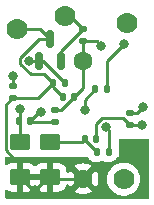
<source format=gtl>
%TF.GenerationSoftware,KiCad,Pcbnew,7.0.7*%
%TF.CreationDate,2023-12-15T10:49:52-05:00*%
%TF.ProjectId,Conference Circuit 1214,436f6e66-6572-4656-9e63-652043697263,rev?*%
%TF.SameCoordinates,Original*%
%TF.FileFunction,Copper,L1,Top*%
%TF.FilePolarity,Positive*%
%FSLAX46Y46*%
G04 Gerber Fmt 4.6, Leading zero omitted, Abs format (unit mm)*
G04 Created by KiCad (PCBNEW 7.0.7) date 2023-12-15 10:49:52*
%MOMM*%
%LPD*%
G01*
G04 APERTURE LIST*
G04 Aperture macros list*
%AMRoundRect*
0 Rectangle with rounded corners*
0 $1 Rounding radius*
0 $2 $3 $4 $5 $6 $7 $8 $9 X,Y pos of 4 corners*
0 Add a 4 corners polygon primitive as box body*
4,1,4,$2,$3,$4,$5,$6,$7,$8,$9,$2,$3,0*
0 Add four circle primitives for the rounded corners*
1,1,$1+$1,$2,$3*
1,1,$1+$1,$4,$5*
1,1,$1+$1,$6,$7*
1,1,$1+$1,$8,$9*
0 Add four rect primitives between the rounded corners*
20,1,$1+$1,$2,$3,$4,$5,0*
20,1,$1+$1,$4,$5,$6,$7,0*
20,1,$1+$1,$6,$7,$8,$9,0*
20,1,$1+$1,$8,$9,$2,$3,0*%
G04 Aperture macros list end*
%TA.AperFunction,ComponentPad*%
%ADD10C,1.200000*%
%TD*%
%TA.AperFunction,ConnectorPad*%
%ADD11C,1.778000*%
%TD*%
%TA.AperFunction,SMDPad,CuDef*%
%ADD12RoundRect,0.150000X0.150000X-0.587500X0.150000X0.587500X-0.150000X0.587500X-0.150000X-0.587500X0*%
%TD*%
%TA.AperFunction,SMDPad,CuDef*%
%ADD13RoundRect,0.250001X-0.624999X0.462499X-0.624999X-0.462499X0.624999X-0.462499X0.624999X0.462499X0*%
%TD*%
%TA.AperFunction,SMDPad,CuDef*%
%ADD14RoundRect,0.140000X0.170000X-0.140000X0.170000X0.140000X-0.170000X0.140000X-0.170000X-0.140000X0*%
%TD*%
%TA.AperFunction,SMDPad,CuDef*%
%ADD15RoundRect,0.140000X-0.140000X-0.170000X0.140000X-0.170000X0.140000X0.170000X-0.140000X0.170000X0*%
%TD*%
%TA.AperFunction,SMDPad,CuDef*%
%ADD16RoundRect,0.135000X0.135000X0.185000X-0.135000X0.185000X-0.135000X-0.185000X0.135000X-0.185000X0*%
%TD*%
%TA.AperFunction,SMDPad,CuDef*%
%ADD17RoundRect,0.135000X-0.185000X0.135000X-0.185000X-0.135000X0.185000X-0.135000X0.185000X0.135000X0*%
%TD*%
%TA.AperFunction,SMDPad,CuDef*%
%ADD18RoundRect,0.140000X0.140000X0.170000X-0.140000X0.170000X-0.140000X-0.170000X0.140000X-0.170000X0*%
%TD*%
%TA.AperFunction,SMDPad,CuDef*%
%ADD19RoundRect,0.135000X0.185000X-0.135000X0.185000X0.135000X-0.185000X0.135000X-0.185000X-0.135000X0*%
%TD*%
%TA.AperFunction,ComponentPad*%
%ADD20C,1.600200*%
%TD*%
%TA.AperFunction,ViaPad*%
%ADD21C,0.800000*%
%TD*%
%TA.AperFunction,Conductor*%
%ADD22C,0.250000*%
%TD*%
G04 APERTURE END LIST*
D10*
%TO.P,TP3,1,1*%
%TO.N,0*%
X151384000Y-91313000D03*
D11*
X151384000Y-91313000D03*
%TD*%
D10*
%TO.P,TP4,1,1*%
%TO.N,Net-(R2-Pad2)*%
X160401000Y-104013000D03*
D11*
X160401000Y-104013000D03*
%TD*%
D12*
%TO.P,Q3,1,B*%
%TO.N,Net-(Q3-B)*%
X153228000Y-94028500D03*
%TO.P,Q3,2,C*%
%TO.N,Net-(Q3-C)*%
X155128000Y-94028500D03*
%TO.P,Q3,3,E*%
%TO.N,0*%
X154178000Y-92153500D03*
%TD*%
D13*
%TO.P,Q1,1,C*%
%TO.N,Net-(Q1-C)*%
X154178000Y-100874500D03*
%TO.P,Q1,2,E*%
%TO.N,0*%
X154178000Y-103849500D03*
%TD*%
D10*
%TO.P,TP2,1,1*%
%TO.N,Net-(Q3-C)*%
X155448000Y-90170000D03*
D11*
X155448000Y-90170000D03*
%TD*%
D14*
%TO.P,C3,1*%
%TO.N,0*%
X151003000Y-97127000D03*
%TO.P,C3,2*%
%TO.N,Net-(C3-Pad2)*%
X151003000Y-96167000D03*
%TD*%
D13*
%TO.P,Q2,1,C*%
%TO.N,Net-(Q2-C)*%
X151638000Y-100874500D03*
%TO.P,Q2,2,E*%
%TO.N,0*%
X151638000Y-103849500D03*
%TD*%
D15*
%TO.P,C4,1*%
%TO.N,Net-(C4-Pad1)*%
X158016000Y-96393000D03*
%TO.P,C4,2*%
%TO.N,Net-(Q3-B)*%
X158976000Y-96393000D03*
%TD*%
D16*
%TO.P,R6,1*%
%TO.N,Net-(Q3-B)*%
X155450000Y-95885000D03*
%TO.P,R6,2*%
%TO.N,0*%
X154430000Y-95885000D03*
%TD*%
D10*
%TO.P,TP1,1,1*%
%TO.N,+3.3V*%
X160655000Y-90805000D03*
D11*
X160655000Y-90805000D03*
%TD*%
D16*
%TO.P,R1,1*%
%TO.N,Net-(R1-Pad1)*%
X159133000Y-101727000D03*
%TO.P,R1,2*%
%TO.N,Net-(Q1-C)*%
X158113000Y-101727000D03*
%TD*%
D17*
%TO.P,R4,1*%
%TO.N,+3.3V*%
X154559000Y-98169000D03*
%TO.P,R4,2*%
%TO.N,Net-(C2-Pad2)*%
X154559000Y-99189000D03*
%TD*%
D15*
%TO.P,C2,1*%
%TO.N,Net-(Q2-C)*%
X151539000Y-99060000D03*
%TO.P,C2,2*%
%TO.N,Net-(C2-Pad2)*%
X152499000Y-99060000D03*
%TD*%
D18*
%TO.P,C_B1,1*%
%TO.N,+3.3V*%
X156210000Y-97028000D03*
%TO.P,C_B1,2*%
%TO.N,0*%
X155250000Y-97028000D03*
%TD*%
D19*
%TO.P,R7,1*%
%TO.N,+3.3V*%
X156972000Y-92331000D03*
%TO.P,R7,2*%
%TO.N,Net-(Q3-C)*%
X156972000Y-91311000D03*
%TD*%
D15*
%TO.P,C1,1*%
%TO.N,Net-(Q1-C)*%
X157127000Y-100584000D03*
%TO.P,C1,2*%
%TO.N,Net-(C1-Pad2)*%
X158087000Y-100584000D03*
%TD*%
D19*
%TO.P,R3,1*%
%TO.N,Net-(C1-Pad2)*%
X160909000Y-99443000D03*
%TO.P,R3,2*%
%TO.N,+3.3V*%
X160909000Y-98423000D03*
%TD*%
D20*
%TO.P,BT1,1,+*%
%TO.N,+3.3V*%
X156965000Y-93987595D03*
%TO.P,BT1,2,-*%
%TO.N,0*%
X156965000Y-103987595D03*
%TD*%
D21*
%TO.N,Net-(C1-Pad2)*%
X161925000Y-99441000D03*
%TO.N,Net-(C2-Pad2)*%
X153416000Y-98298000D03*
%TO.N,0*%
X152908000Y-104902000D03*
%TO.N,Net-(C3-Pad2)*%
X151003000Y-95250000D03*
%TO.N,Net-(C4-Pad1)*%
X157099000Y-98171000D03*
%TO.N,Net-(Q3-B)*%
X152400000Y-93980000D03*
X160401000Y-92583000D03*
%TO.N,Net-(R1-Pad1)*%
X158877000Y-99568000D03*
%TO.N,+3.3V*%
X158496000Y-92710000D03*
X162052000Y-97917000D03*
%TO.N,Net-(Q2-C)*%
X151638000Y-98044000D03*
%TD*%
D22*
%TO.N,Net-(Q1-C)*%
X154178000Y-100874500D02*
X156836500Y-100874500D01*
X156836500Y-100874500D02*
X157127000Y-100584000D01*
X158113000Y-101727000D02*
X157127000Y-100741000D01*
X157127000Y-100741000D02*
X157127000Y-100584000D01*
%TO.N,Net-(C1-Pad2)*%
X158576695Y-98843000D02*
X160309000Y-98843000D01*
X160909000Y-99443000D02*
X161923000Y-99443000D01*
X158087000Y-99332695D02*
X158576695Y-98843000D01*
X160309000Y-98843000D02*
X160909000Y-99443000D01*
X158087000Y-100584000D02*
X158087000Y-99332695D01*
X161923000Y-99443000D02*
X161925000Y-99441000D01*
%TO.N,Net-(C2-Pad2)*%
X153416000Y-98298000D02*
X153261000Y-98298000D01*
X152628000Y-99189000D02*
X152499000Y-99060000D01*
X153261000Y-98298000D02*
X152499000Y-99060000D01*
X154559000Y-99189000D02*
X152628000Y-99189000D01*
%TO.N,0*%
X151638000Y-94243305D02*
X151638000Y-93716695D01*
X151384000Y-91313000D02*
X153337500Y-91313000D01*
X152690500Y-104902000D02*
X151638000Y-103849500D01*
X153201195Y-92153500D02*
X154178000Y-92153500D01*
X150438000Y-97692000D02*
X150438000Y-101575172D01*
X153675305Y-95130305D02*
X154430000Y-95885000D01*
X152525000Y-95130305D02*
X153675305Y-95130305D01*
X151638000Y-102775172D02*
X151638000Y-103849500D01*
X151003000Y-97127000D02*
X150438000Y-97692000D01*
X154178000Y-103849500D02*
X153960500Y-103849500D01*
X153337500Y-91313000D02*
X154178000Y-92153500D01*
X152525000Y-95130305D02*
X151638000Y-94243305D01*
X154316095Y-103987595D02*
X156965000Y-103987595D01*
X154430000Y-95885000D02*
X153188000Y-97127000D01*
X150438000Y-101575172D02*
X151638000Y-102775172D01*
X154430000Y-95885000D02*
X154430000Y-96208000D01*
X151638000Y-93716695D02*
X153201195Y-92153500D01*
X154178000Y-103849500D02*
X154316095Y-103987595D01*
X153188000Y-97127000D02*
X151003000Y-97127000D01*
X152908000Y-104902000D02*
X152690500Y-104902000D01*
X154430000Y-96208000D02*
X155250000Y-97028000D01*
X153960500Y-103849500D02*
X152908000Y-104902000D01*
%TO.N,Net-(C3-Pad2)*%
X151003000Y-96167000D02*
X151003000Y-95250000D01*
%TO.N,Net-(C4-Pad1)*%
X157099000Y-98171000D02*
X157099000Y-98298000D01*
X157099000Y-98171000D02*
X157099000Y-97310000D01*
X157099000Y-97310000D02*
X158016000Y-96393000D01*
%TO.N,Net-(Q3-B)*%
X158976000Y-96393000D02*
X158976000Y-96385391D01*
X155450000Y-95885000D02*
X153593500Y-94028500D01*
X160401000Y-92583000D02*
X159004000Y-93980000D01*
X153228000Y-94028500D02*
X152527000Y-94028500D01*
X159004000Y-96357391D02*
X159004000Y-93980000D01*
X152527000Y-94028500D02*
X152400000Y-93980000D01*
X152430000Y-94028500D02*
X152478500Y-94028500D01*
X153593500Y-94028500D02*
X153228000Y-94028500D01*
X158976000Y-96385391D02*
X159004000Y-96357391D01*
X152400000Y-93980000D02*
X152430000Y-94028500D01*
%TO.N,Net-(Q3-C)*%
X155831000Y-90170000D02*
X156972000Y-91311000D01*
X155448000Y-90170000D02*
X155831000Y-90170000D01*
X156972000Y-91311000D02*
X155128000Y-93155000D01*
X155128000Y-93155000D02*
X155128000Y-94028500D01*
%TO.N,Net-(R1-Pad1)*%
X159133000Y-99824000D02*
X158877000Y-99568000D01*
X159133000Y-101727000D02*
X159133000Y-99824000D01*
%TO.N,+3.3V*%
X160909000Y-98423000D02*
X161546000Y-98423000D01*
X156972000Y-93980595D02*
X156965000Y-93987595D01*
X156210000Y-97035609D02*
X156210000Y-97028000D01*
X156965000Y-96273000D02*
X156210000Y-97028000D01*
X161546000Y-98423000D02*
X162052000Y-97917000D01*
X158117000Y-92331000D02*
X158496000Y-92710000D01*
X156972000Y-92331000D02*
X156972000Y-93980595D01*
X156965000Y-93987595D02*
X156965000Y-96273000D01*
X154559000Y-98169000D02*
X155076609Y-98169000D01*
X154559000Y-98169000D02*
X154559000Y-98072000D01*
X155076609Y-98169000D02*
X156210000Y-97035609D01*
X156972000Y-92331000D02*
X158117000Y-92331000D01*
%TO.N,Net-(Q2-C)*%
X151638000Y-99159000D02*
X151539000Y-99060000D01*
X151638000Y-98961000D02*
X151539000Y-99060000D01*
X151638000Y-98044000D02*
X151638000Y-98961000D01*
X151638000Y-100874500D02*
X151638000Y-99159000D01*
%TD*%
%TA.AperFunction,Conductor*%
%TO.N,0*%
G36*
X162503039Y-100603685D02*
G01*
X162548794Y-100656489D01*
X162560000Y-100708000D01*
X162560000Y-105540000D01*
X162540315Y-105607039D01*
X162487511Y-105652794D01*
X162436000Y-105664000D01*
X150492000Y-105664000D01*
X150424961Y-105644315D01*
X150379206Y-105591511D01*
X150368000Y-105540000D01*
X150368000Y-105017528D01*
X150387685Y-104950489D01*
X150440489Y-104904734D01*
X150509647Y-104894790D01*
X150557097Y-104911990D01*
X150693870Y-104996353D01*
X150693881Y-104996358D01*
X150860303Y-105051505D01*
X150860310Y-105051506D01*
X150963014Y-105061999D01*
X150963027Y-105062000D01*
X151388000Y-105062000D01*
X151388000Y-104099500D01*
X151888000Y-104099500D01*
X151888000Y-105062000D01*
X152312973Y-105062000D01*
X152312985Y-105061999D01*
X152415689Y-105051506D01*
X152415696Y-105051505D01*
X152582118Y-104996358D01*
X152582123Y-104996356D01*
X152731344Y-104904315D01*
X152820317Y-104815341D01*
X152881640Y-104781855D01*
X152951331Y-104786839D01*
X152995680Y-104815340D01*
X153084655Y-104904315D01*
X153233876Y-104996356D01*
X153233881Y-104996358D01*
X153400303Y-105051505D01*
X153400310Y-105051506D01*
X153503014Y-105061999D01*
X153503027Y-105062000D01*
X153928000Y-105062000D01*
X153928000Y-104099500D01*
X151888000Y-104099500D01*
X151388000Y-104099500D01*
X151388000Y-102637000D01*
X151888000Y-102637000D01*
X151888000Y-103599500D01*
X153928000Y-103599500D01*
X153928000Y-102637000D01*
X154428000Y-102637000D01*
X154428000Y-105062000D01*
X154852973Y-105062000D01*
X154852985Y-105061999D01*
X154955689Y-105051506D01*
X154955696Y-105051505D01*
X155122118Y-104996358D01*
X155122123Y-104996356D01*
X155271344Y-104904315D01*
X155395315Y-104780344D01*
X155487356Y-104631123D01*
X155487359Y-104631116D01*
X155531759Y-104497125D01*
X155571531Y-104439680D01*
X155636047Y-104412856D01*
X155704823Y-104425171D01*
X155756023Y-104472713D01*
X155761847Y-104483723D01*
X155834782Y-104640131D01*
X155885901Y-104713138D01*
X155885902Y-104713139D01*
X156319375Y-104279665D01*
X156380698Y-104246180D01*
X156450389Y-104251164D01*
X156506323Y-104293035D01*
X156509923Y-104298774D01*
X156514657Y-104305481D01*
X156617121Y-104415192D01*
X156652536Y-104436728D01*
X156699588Y-104488379D01*
X156711246Y-104557269D01*
X156683809Y-104621526D01*
X156675789Y-104630357D01*
X156239454Y-105066691D01*
X156312466Y-105117814D01*
X156312468Y-105117815D01*
X156518639Y-105213954D01*
X156518648Y-105213958D01*
X156738372Y-105272832D01*
X156738382Y-105272834D01*
X156964999Y-105292661D01*
X156965001Y-105292661D01*
X157191617Y-105272834D01*
X157191627Y-105272832D01*
X157411351Y-105213958D01*
X157411360Y-105213954D01*
X157617530Y-105117816D01*
X157690544Y-105066691D01*
X157255393Y-104631541D01*
X157221908Y-104570218D01*
X157226892Y-104500527D01*
X157264817Y-104447673D01*
X157367862Y-104363841D01*
X157418254Y-104292450D01*
X157472994Y-104249035D01*
X157542519Y-104242106D01*
X157604754Y-104273864D01*
X157607238Y-104276280D01*
X158044096Y-104713139D01*
X158095221Y-104640125D01*
X158191359Y-104433955D01*
X158191363Y-104433946D01*
X158250237Y-104214222D01*
X158250239Y-104214212D01*
X158267843Y-104013006D01*
X158998710Y-104013006D01*
X159017833Y-104243801D01*
X159017835Y-104243812D01*
X159074689Y-104468323D01*
X159167722Y-104680415D01*
X159294393Y-104874301D01*
X159451257Y-105044700D01*
X159451261Y-105044703D01*
X159634015Y-105186946D01*
X159634020Y-105186950D01*
X159829356Y-105292661D01*
X159837707Y-105297180D01*
X159947232Y-105334779D01*
X160056754Y-105372379D01*
X160056756Y-105372379D01*
X160056758Y-105372380D01*
X160285200Y-105410500D01*
X160285201Y-105410500D01*
X160516799Y-105410500D01*
X160516800Y-105410500D01*
X160745242Y-105372380D01*
X160964293Y-105297180D01*
X161167980Y-105186950D01*
X161350745Y-105044698D01*
X161507604Y-104874304D01*
X161634277Y-104680416D01*
X161727310Y-104468323D01*
X161784165Y-104243809D01*
X161784306Y-104242106D01*
X161803290Y-104013006D01*
X161803290Y-104012993D01*
X161784166Y-103782198D01*
X161784164Y-103782187D01*
X161727310Y-103557676D01*
X161634277Y-103345584D01*
X161507606Y-103151698D01*
X161350742Y-102981299D01*
X161350738Y-102981296D01*
X161167984Y-102839053D01*
X161167979Y-102839049D01*
X160964294Y-102728820D01*
X160964288Y-102728818D01*
X160745245Y-102653620D01*
X160573910Y-102625029D01*
X160516800Y-102615500D01*
X160285200Y-102615500D01*
X160239511Y-102623123D01*
X160056754Y-102653620D01*
X159837711Y-102728818D01*
X159837705Y-102728820D01*
X159634020Y-102839049D01*
X159634015Y-102839053D01*
X159451261Y-102981296D01*
X159451257Y-102981299D01*
X159294393Y-103151698D01*
X159167722Y-103345584D01*
X159074689Y-103557676D01*
X159017835Y-103782187D01*
X159017833Y-103782198D01*
X158998710Y-104012993D01*
X158998710Y-104013006D01*
X158267843Y-104013006D01*
X158270066Y-103987595D01*
X158270066Y-103987594D01*
X158250239Y-103760977D01*
X158250237Y-103760967D01*
X158191363Y-103541243D01*
X158191359Y-103541234D01*
X158095220Y-103335063D01*
X158095219Y-103335061D01*
X158044096Y-103262050D01*
X158044096Y-103262049D01*
X157610624Y-103695522D01*
X157549301Y-103729007D01*
X157479609Y-103724023D01*
X157423676Y-103682151D01*
X157420081Y-103676422D01*
X157415342Y-103669708D01*
X157312878Y-103559997D01*
X157277460Y-103538459D01*
X157230409Y-103486807D01*
X157218752Y-103417917D01*
X157246190Y-103353660D01*
X157254209Y-103344831D01*
X157690544Y-102908497D01*
X157690543Y-102908496D01*
X157617536Y-102857377D01*
X157411360Y-102761235D01*
X157411351Y-102761231D01*
X157191627Y-102702357D01*
X157191617Y-102702355D01*
X156965001Y-102682529D01*
X156964999Y-102682529D01*
X156738382Y-102702355D01*
X156738372Y-102702357D01*
X156518648Y-102761231D01*
X156518639Y-102761235D01*
X156312464Y-102857376D01*
X156239454Y-102908496D01*
X156674606Y-103343648D01*
X156708091Y-103404971D01*
X156703107Y-103474663D01*
X156665181Y-103527516D01*
X156562139Y-103611347D01*
X156562135Y-103611352D01*
X156511746Y-103682737D01*
X156457003Y-103726154D01*
X156387478Y-103733083D01*
X156325244Y-103701324D01*
X156322761Y-103698909D01*
X155885901Y-103262049D01*
X155834781Y-103335059D01*
X155789382Y-103432418D01*
X155743209Y-103484857D01*
X155676016Y-103504009D01*
X155609135Y-103483793D01*
X155563800Y-103430628D01*
X155553000Y-103380013D01*
X155553000Y-103337027D01*
X155552999Y-103337014D01*
X155542506Y-103234310D01*
X155542505Y-103234303D01*
X155487358Y-103067881D01*
X155487356Y-103067876D01*
X155395315Y-102918655D01*
X155271344Y-102794684D01*
X155122123Y-102702643D01*
X155122118Y-102702641D01*
X154955696Y-102647494D01*
X154955689Y-102647493D01*
X154852985Y-102637000D01*
X154428000Y-102637000D01*
X153928000Y-102637000D01*
X153503014Y-102637000D01*
X153400310Y-102647493D01*
X153400303Y-102647494D01*
X153233881Y-102702641D01*
X153233876Y-102702643D01*
X153084655Y-102794684D01*
X152995681Y-102883659D01*
X152934358Y-102917144D01*
X152864666Y-102912160D01*
X152820319Y-102883659D01*
X152731344Y-102794684D01*
X152582123Y-102702643D01*
X152582118Y-102702641D01*
X152415696Y-102647494D01*
X152415689Y-102647493D01*
X152312985Y-102637000D01*
X151888000Y-102637000D01*
X151388000Y-102637000D01*
X150963014Y-102637000D01*
X150860310Y-102647493D01*
X150860303Y-102647494D01*
X150693881Y-102702641D01*
X150693876Y-102702643D01*
X150557097Y-102787010D01*
X150489704Y-102805450D01*
X150423041Y-102784527D01*
X150378271Y-102730885D01*
X150368000Y-102681471D01*
X150368000Y-102232000D01*
X150387685Y-102164961D01*
X150440489Y-102119206D01*
X150492000Y-102108000D01*
X157275575Y-102108000D01*
X157342614Y-102127685D01*
X157382307Y-102168879D01*
X157382730Y-102169595D01*
X157382731Y-102169596D01*
X157465494Y-102309541D01*
X157465496Y-102309543D01*
X157465498Y-102309546D01*
X157580453Y-102424501D01*
X157580457Y-102424504D01*
X157580459Y-102424506D01*
X157720404Y-102507269D01*
X157772447Y-102522389D01*
X157876526Y-102552627D01*
X157876528Y-102552627D01*
X157876534Y-102552629D01*
X157899332Y-102554423D01*
X157913008Y-102555500D01*
X157913010Y-102555499D01*
X157913011Y-102555500D01*
X158213120Y-102555499D01*
X158312988Y-102555499D01*
X158349466Y-102552629D01*
X158505596Y-102507269D01*
X158559879Y-102475165D01*
X158627601Y-102457982D01*
X158686120Y-102475165D01*
X158740404Y-102507269D01*
X158792447Y-102522389D01*
X158896526Y-102552627D01*
X158896528Y-102552627D01*
X158896534Y-102552629D01*
X158919332Y-102554423D01*
X158933008Y-102555500D01*
X158933010Y-102555499D01*
X158933011Y-102555500D01*
X159233024Y-102555499D01*
X159332988Y-102555499D01*
X159369466Y-102552629D01*
X159525596Y-102507269D01*
X159665541Y-102424506D01*
X159780506Y-102309541D01*
X159863269Y-102169596D01*
X159863269Y-102169595D01*
X159863693Y-102168879D01*
X159914762Y-102121196D01*
X159970425Y-102108000D01*
X160020000Y-102108000D01*
X160020000Y-100708000D01*
X160039685Y-100640961D01*
X160092489Y-100595206D01*
X160144000Y-100584000D01*
X162436000Y-100584000D01*
X162503039Y-100603685D01*
G37*
%TD.AperFunction*%
%TD*%
M02*

</source>
